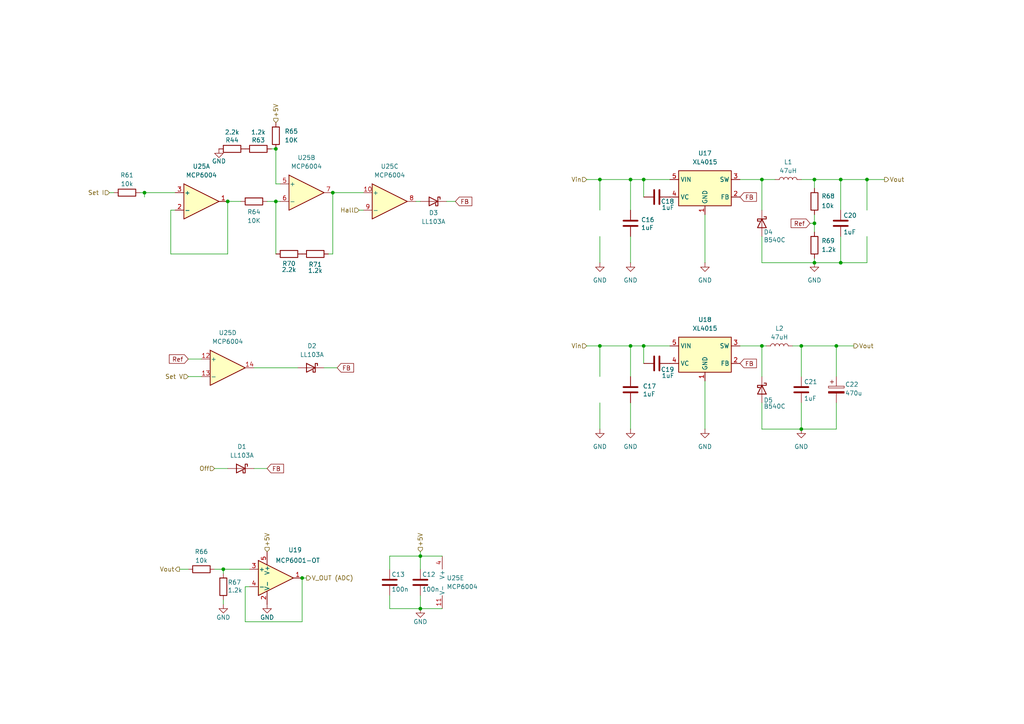
<source format=kicad_sch>
(kicad_sch (version 20231120) (generator "eeschema") (generator_version "8.0")
  (paper "A4")
  (lib_symbols
    (symbol "Amplifier_Operational:MCP6001-OT" (pin_names (offset 0.127))
      (property "Reference" "U" (at -1.27 6.35 0))
      (property "Value" "MCP6001-OT" (at -1.27 3.81 0))
      (symbol "MCP6001-OT_0_1"
        (polyline (pts (xy -5.08 5.08) (xy 5.08 0) (xy -5.08 -5.08) (xy -5.08 5.08)) (stroke (width 0.254)) (fill (type background)))
        (pin power_in line (at -2.54 -7.62 90) (length 3.81) (name "V-") (number "2"))
        (pin power_in line (at -2.54 7.62 270) (length 3.81) (name "V+") (number "5"))
      )
      (symbol "MCP6001-OT_1_1"
        (pin output line (at 7.62 0 180) (length 2.54) (name "~") (number "1"))
        (pin input line (at -7.62 2.54 0) (length 2.54) (name "+") (number "3"))
        (pin input line (at -7.62 -2.54 0) (length 2.54) (name "-") (number "4"))
      )
    )
    (symbol "Amplifier_Operational:MCP6004" (pin_names (offset 0.127))
      (property "Reference" "U" (at 0 5.08 0))
      (property "Value" "MCP6004" (at 0 -5.08 0))
      (symbol "MCP6004_1_1"
        (polyline (pts (xy -5.08 5.08) (xy 5.08 0) (xy -5.08 -5.08) (xy -5.08 5.08)) (stroke (width 0.254)) (fill (type background)))
        (pin output line (at 7.62 0 180) (length 2.54) (name "~") (number "1"))
        (pin input line (at -7.62 -2.54 0) (length 2.54) (name "-") (number "2"))
        (pin input line (at -7.62 2.54 0) (length 2.54) (name "+") (number "3"))
      )
      (symbol "MCP6004_2_1"
        (polyline (pts (xy -5.08 5.08) (xy 5.08 0) (xy -5.08 -5.08) (xy -5.08 5.08)) (stroke (width 0.254)) (fill (type background)))
        (pin input line (at -7.62 2.54 0) (length 2.54) (name "+") (number "5"))
        (pin input line (at -7.62 -2.54 0) (length 2.54) (name "-") (number "6"))
        (pin output line (at 7.62 0 180) (length 2.54) (name "~") (number "7"))
      )
      (symbol "MCP6004_3_1"
        (polyline (pts (xy -5.08 5.08) (xy 5.08 0) (xy -5.08 -5.08) (xy -5.08 5.08)) (stroke (width 0.254)) (fill (type background)))
        (pin input line (at -7.62 2.54 0) (length 2.54) (name "+") (number "10"))
        (pin output line (at 7.62 0 180) (length 2.54) (name "~") (number "8"))
        (pin input line (at -7.62 -2.54 0) (length 2.54) (name "-") (number "9"))
      )
      (symbol "MCP6004_4_1"
        (polyline (pts (xy -5.08 5.08) (xy 5.08 0) (xy -5.08 -5.08) (xy -5.08 5.08)) (stroke (width 0.254)) (fill (type background)))
        (pin input line (at -7.62 2.54 0) (length 2.54) (name "+") (number "12"))
        (pin input line (at -7.62 -2.54 0) (length 2.54) (name "-") (number "13"))
        (pin output line (at 7.62 0 180) (length 2.54) (name "~") (number "14"))
      )
      (symbol "MCP6004_5_1"
        (pin power_in line (at -2.54 -7.62 90) (length 3.81) (name "V-") (number "11"))
        (pin power_in line (at -2.54 7.62 270) (length 3.81) (name "V+") (number "4"))
      )
    )
    (symbol "Device:C" (pin_numbers hide) (pin_names (offset 0.254))
      (property "Reference" "C" (at 0.635 2.54 0))
      (property "Value" "C" (at 0.635 -2.54 0))
      (symbol "C_0_1"
        (polyline (pts (xy -2.032 -0.762) (xy 2.032 -0.762)) (stroke (width 0.508)))
        (polyline (pts (xy -2.032 0.762) (xy 2.032 0.762)) (stroke (width 0.508)))
      )
      (symbol "C_1_1"
        (pin passive line (at 0 3.81 270) (length 2.794) (name "~") (number "1"))
        (pin passive line (at 0 -3.81 90) (length 2.794) (name "~") (number "2"))
      )
    )
    (symbol "Device:C_Polarized" (pin_numbers hide) (pin_names (offset 0.254))
      (property "Reference" "C" (at 0.635 2.54 0))
      (property "Value" "C_Polarized" (at 0.635 -2.54 0))
      (symbol "C_Polarized_0_1"
        (rectangle (start -2.286 0.508) (end 2.286 1.016))
        (polyline (pts (xy -1.778 2.286) (xy -0.762 2.286)))
        (polyline (pts (xy -1.27 2.794) (xy -1.27 1.778)))
        (rectangle (start 2.286 -0.508) (end -2.286 -1.016) (fill (type outline)))
      )
      (symbol "C_Polarized_1_1"
        (pin passive line (at 0 3.81 270) (length 2.794) (name "~") (number "1"))
        (pin passive line (at 0 -3.81 90) (length 2.794) (name "~") (number "2"))
      )
    )
    (symbol "Device:D_Schottky" (pin_numbers hide) (pin_names (offset 1.016) hide)
      (property "Reference" "D" (at 0 2.54 0))
      (property "Value" "D_Schottky" (at 0 -2.54 0))
      (symbol "D_Schottky_0_1"
        (polyline (pts (xy 1.27 0) (xy -1.27 0)))
        (polyline (pts (xy 1.27 1.27) (xy 1.27 -1.27) (xy -1.27 0) (xy 1.27 1.27)) (stroke (width 0.254)))
        (polyline (pts (xy -1.905 0.635) (xy -1.905 1.27) (xy -1.27 1.27) (xy -1.27 -1.27) (xy -0.635 -1.27) (xy -0.635 -0.635)) (stroke (width 0.254)))
      )
      (symbol "D_Schottky_1_1"
        (pin passive line (at -3.81 0 0) (length 2.54) (name "K") (number "1"))
        (pin passive line (at 3.81 0 180) (length 2.54) (name "A") (number "2"))
      )
    )
    (symbol "Device:L" (pin_numbers hide) (pin_names (offset 1.016) hide)
      (property "Reference" "L" (at -1.27 0 90))
      (property "Value" "L" (at 1.905 0 90))
      (symbol "L_0_1"
        (arc (start 0 -2.54) (mid 0.6323 -1.905) (end 0 -1.27))
        (arc (start 0 -1.27) (mid 0.6323 -0.635) (end 0 0))
        (arc (start 0 0) (mid 0.6323 0.635) (end 0 1.27))
        (arc (start 0 1.27) (mid 0.6323 1.905) (end 0 2.54))
      )
      (symbol "L_1_1"
        (pin passive line (at 0 3.81 270) (length 1.27) (name "1") (number "1"))
        (pin passive line (at 0 -3.81 90) (length 1.27) (name "2") (number "2"))
      )
    )
    (symbol "Device:R" (pin_numbers hide) (pin_names (offset 0))
      (property "Reference" "R" (at 2.032 0 90))
      (property "Value" "R" (at 0 0 90))
      (symbol "R_0_1"
        (rectangle (start -1.016 -2.54) (end 1.016 2.54) (stroke (width 0.254)))
      )
      (symbol "R_1_1"
        (pin passive line (at 0 3.81 270) (length 1.27) (name "~") (number "1"))
        (pin passive line (at 0 -3.81 90) (length 1.27) (name "~") (number "2"))
      )
    )
    (symbol "Diode:LL42" (pin_numbers hide) (pin_names (offset 1.016) hide)
      (property "Reference" "D" (at 0 2.54 0))
      (property "Value" "LL42" (at 0 -2.54 0))
      (symbol "LL42_0_1"
        (polyline (pts (xy 1.27 0) (xy -1.27 0)))
        (polyline (pts (xy 1.27 1.27) (xy 1.27 -1.27) (xy -1.27 0) (xy 1.27 1.27)) (stroke (width 0.254)))
        (polyline (pts (xy -1.905 0.635) (xy -1.905 1.27) (xy -1.27 1.27) (xy -1.27 -1.27) (xy -0.635 -1.27) (xy -0.635 -0.635)) (stroke (width 0.254)))
      )
      (symbol "LL42_1_1"
        (pin passive line (at -3.81 0 0) (length 2.54) (name "K") (number "1"))
        (pin passive line (at 3.81 0 180) (length 2.54) (name "A") (number "2"))
      )
    )
    (symbol "Regulator_Switching:XL4015"
      (property "Reference" "U?" (at -6.35 6.35 0))
      (property "Value" "XL4015" (at 6.35 6.35 0))
      (symbol "XL4015_0_1"
        (rectangle (start -7.62 5.08) (end 7.62 -5.08) (stroke (width 0.254)) (fill (type background)))
      )
      (symbol "XL4015_1_1"
        (pin power_in line (at 0 -7.62 90) (length 2.54) (name "GND") (number "1"))
        (pin input line (at 10.16 -2.54 180) (length 2.54) (name "FB") (number "2"))
        (pin power_out line (at 10.16 2.54 180) (length 2.54) (name "SW") (number "3"))
        (pin input line (at -10.16 -2.54 0) (length 2.54) (name "VC") (number "4"))
        (pin power_in line (at -10.16 2.54 0) (length 2.54) (name "VIN") (number "5"))
      )
    )
    (symbol "power:GND" (power) (pin_numbers hide) (pin_names (offset 0) hide)
      (property "Value" "GND" (at 0 -3.81 0))
      (symbol "GND_0_1"
        (polyline (pts (xy 0 0) (xy 0 -1.27) (xy 1.27 -1.27) (xy 0 -2.54) (xy -1.27 -1.27) (xy 0 -1.27)))
      )
      (symbol "GND_1_1"
        (pin power_in line (at 0 0 270) (length 0) (name "~") (number "1"))
      )
    )
  )
  (junction (at 80.01 58.42))
  (junction (at 220.98 100.33))
  (junction (at 243.84 52.07))
  (junction (at 232.41 124.46))
  (junction (at 243.84 76.2))
  (junction (at 242.57 100.33))
  (junction (at 182.88 52.07))
  (junction (at 121.92 161.29))
  (junction (at 173.99 52.07))
  (junction (at 182.88 100.33))
  (junction (at 173.99 100.33))
  (junction (at 80.01 43.18))
  (junction (at 87.63 167.64))
  (junction (at 251.46 52.07))
  (junction (at 236.22 76.2))
  (junction (at 66.04 58.42))
  (junction (at 41.91 55.88))
  (junction (at 236.22 52.07))
  (junction (at 232.41 100.33))
  (junction (at 96.52 55.88))
  (junction (at 121.92 176.53))
  (junction (at 186.69 100.33))
  (junction (at 64.77 165.1))
  (junction (at 220.98 52.07))
  (junction (at 186.69 52.07))
  (junction (at 236.22 64.77))
  (wire (pts (xy 80.01 43.18) (xy 80.01 53.34)))
  (wire (pts (xy 236.22 64.77) (xy 236.22 67.31)))
  (wire (pts (xy 80.01 73.66) (xy 80.01 58.42)))
  (wire (pts (xy 243.84 76.2) (xy 251.46 76.2)))
  (wire (pts (xy 96.52 55.88) (xy 96.52 73.66)))
  (wire (pts (xy 214.63 52.07) (xy 220.98 52.07)))
  (wire (pts (xy 121.92 172.72) (xy 121.92 176.53)))
  (wire (pts (xy 242.57 100.33) (xy 247.65 100.33)))
  (wire (pts (xy 186.69 100.33) (xy 194.31 100.33)))
  (wire (pts (xy 66.04 58.42) (xy 69.85 58.42)))
  (wire (pts (xy 243.84 52.07) (xy 243.84 60.96)))
  (wire (pts (xy 120.65 58.42) (xy 121.92 58.42)))
  (wire (pts (xy 64.77 173.99) (xy 64.77 175.26)))
  (wire (pts (xy 173.99 100.33) (xy 182.88 100.33)))
  (wire (pts (xy 242.57 116.84) (xy 242.57 124.46)))
  (wire (pts (xy 93.98 106.68) (xy 97.79 106.68)))
  (wire (pts (xy 173.99 68.58) (xy 173.99 76.2)))
  (wire (pts (xy 234.95 64.77) (xy 236.22 64.77)))
  (wire (pts (xy 87.63 167.64) (xy 87.63 180.34)))
  (wire (pts (xy 73.66 106.68) (xy 86.36 106.68)))
  (wire (pts (xy 113.03 176.53) (xy 113.03 172.72)))
  (wire (pts (xy 220.98 100.33) (xy 222.25 100.33)))
  (wire (pts (xy 71.12 170.18) (xy 71.12 180.34)))
  (wire (pts (xy 220.98 76.2) (xy 236.22 76.2)))
  (wire (pts (xy 182.88 100.33) (xy 182.88 109.22)))
  (wire (pts (xy 62.23 135.89) (xy 66.04 135.89)))
  (wire (pts (xy 104.14 60.96) (xy 105.41 60.96)))
  (wire (pts (xy 232.41 52.07) (xy 236.22 52.07)))
  (wire (pts (xy 54.61 109.22) (xy 58.42 109.22)))
  (wire (pts (xy 41.91 55.88) (xy 41.91 57.15)))
  (wire (pts (xy 50.8 60.96) (xy 49.53 60.96)))
  (wire (pts (xy 220.98 100.33) (xy 220.98 109.22)))
  (wire (pts (xy 242.57 100.33) (xy 242.57 109.22)))
  (wire (pts (xy 64.77 165.1) (xy 64.77 166.37)))
  (wire (pts (xy 87.63 167.64) (xy 88.9 167.64)))
  (wire (pts (xy 113.03 161.29) (xy 121.92 161.29)))
  (wire (pts (xy 204.47 62.23) (xy 204.47 76.2)))
  (wire (pts (xy 77.47 58.42) (xy 80.01 58.42)))
  (wire (pts (xy 182.88 100.33) (xy 186.69 100.33)))
  (wire (pts (xy 182.88 68.58) (xy 182.88 76.2)))
  (wire (pts (xy 220.98 52.07) (xy 224.79 52.07)))
  (wire (pts (xy 194.31 52.07) (xy 186.69 52.07)))
  (wire (pts (xy 121.92 161.29) (xy 128.27 161.29)))
  (wire (pts (xy 40.64 55.88) (xy 41.91 55.88)))
  (wire (pts (xy 186.69 100.33) (xy 186.69 105.41)))
  (wire (pts (xy 182.88 116.84) (xy 182.88 124.46)))
  (wire (pts (xy 170.18 100.33) (xy 173.99 100.33)))
  (wire (pts (xy 182.88 52.07) (xy 186.69 52.07)))
  (wire (pts (xy 80.01 58.42) (xy 81.28 58.42)))
  (wire (pts (xy 214.63 100.33) (xy 220.98 100.33)))
  (wire (pts (xy 229.87 100.33) (xy 232.41 100.33)))
  (wire (pts (xy 121.92 176.53) (xy 128.27 176.53)))
  (wire (pts (xy 71.12 180.34) (xy 87.63 180.34)))
  (wire (pts (xy 113.03 176.53) (xy 121.92 176.53)))
  (wire (pts (xy 31.75 55.88) (xy 33.02 55.88)))
  (wire (pts (xy 251.46 68.58) (xy 251.46 76.2)))
  (wire (pts (xy 243.84 52.07) (xy 251.46 52.07)))
  (wire (pts (xy 220.98 116.84) (xy 220.98 124.46)))
  (wire (pts (xy 236.22 76.2) (xy 243.84 76.2)))
  (wire (pts (xy 54.61 104.14) (xy 58.42 104.14)))
  (wire (pts (xy 173.99 52.07) (xy 182.88 52.07)))
  (wire (pts (xy 78.74 43.18) (xy 80.01 43.18)))
  (wire (pts (xy 236.22 62.23) (xy 236.22 64.77)))
  (wire (pts (xy 173.99 116.84) (xy 173.99 124.46)))
  (wire (pts (xy 220.98 68.58) (xy 220.98 76.2)))
  (wire (pts (xy 129.54 58.42) (xy 132.08 58.42)))
  (wire (pts (xy 236.22 52.07) (xy 236.22 54.61)))
  (wire (pts (xy 186.69 57.15) (xy 186.69 52.07)))
  (wire (pts (xy 113.03 165.1) (xy 113.03 161.29)))
  (wire (pts (xy 121.92 160.02) (xy 121.92 161.29)))
  (wire (pts (xy 232.41 100.33) (xy 232.41 109.22)))
  (wire (pts (xy 96.52 55.88) (xy 105.41 55.88)))
  (wire (pts (xy 232.41 124.46) (xy 242.57 124.46)))
  (wire (pts (xy 62.23 165.1) (xy 64.77 165.1)))
  (wire (pts (xy 243.84 68.58) (xy 243.84 76.2)))
  (wire (pts (xy 95.25 73.66) (xy 96.52 73.66)))
  (wire (pts (xy 41.91 55.88) (xy 50.8 55.88)))
  (wire (pts (xy 170.18 52.07) (xy 173.99 52.07)))
  (wire (pts (xy 66.04 58.42) (xy 66.04 73.66)))
  (wire (pts (xy 204.47 110.49) (xy 204.47 124.46)))
  (wire (pts (xy 220.98 52.07) (xy 220.98 60.96)))
  (wire (pts (xy 49.53 60.96) (xy 49.53 73.66)))
  (wire (pts (xy 232.41 116.84) (xy 232.41 124.46)))
  (wire (pts (xy 80.01 53.34) (xy 81.28 53.34)))
  (wire (pts (xy 49.53 73.66) (xy 66.04 73.66)))
  (wire (pts (xy 236.22 52.07) (xy 243.84 52.07)))
  (wire (pts (xy 173.99 60.96) (xy 173.99 52.07)))
  (wire (pts (xy 236.22 74.93) (xy 236.22 76.2)))
  (wire (pts (xy 121.92 161.29) (xy 121.92 165.1)))
  (wire (pts (xy 73.66 135.89) (xy 77.47 135.89)))
  (wire (pts (xy 72.39 170.18) (xy 71.12 170.18)))
  (wire (pts (xy 173.99 109.22) (xy 173.99 100.33)))
  (wire (pts (xy 232.41 100.33) (xy 242.57 100.33)))
  (wire (pts (xy 52.07 165.1) (xy 54.61 165.1)))
  (wire (pts (xy 64.77 165.1) (xy 72.39 165.1)))
  (wire (pts (xy 182.88 52.07) (xy 182.88 60.96)))
  (wire (pts (xy 251.46 52.07) (xy 256.54 52.07)))
  (wire (pts (xy 251.46 52.07) (xy 251.46 60.96)))
  (wire (pts (xy 220.98 124.46) (xy 232.41 124.46)))
  (global_label "FB" (shape input) (at 97.79 106.68 0) (property "Intersheetrefs" "${INTERSHEET_REFS}" (effects (hide yes))))
  (global_label "Ref" (shape input) (at 234.95 64.77 180) (property "Intersheetrefs" "${INTERSHEET_REFS}" (effects (hide yes))))
  (global_label "FB" (shape input) (at 214.63 57.15 0) (property "Intersheetrefs" "${INTERSHEET_REFS}" (effects (hide yes))))
  (global_label "FB" (shape input) (at 214.63 105.41 0) (property "Intersheetrefs" "${INTERSHEET_REFS}" (effects (hide yes))))
  (global_label "FB" (shape input) (at 132.08 58.42 0) (property "Intersheetrefs" "${INTERSHEET_REFS}" (effects (hide yes))))
  (global_label "FB" (shape input) (at 77.47 135.89 0) (property "Intersheetrefs" "${INTERSHEET_REFS}" (effects (hide yes))))
  (global_label "Ref" (shape input) (at 54.61 104.14 180) (property "Intersheetrefs" "${INTERSHEET_REFS}" (effects (hide yes))))
  (hierarchical_label "+5V" (shape input) (at 80.01 35.56 90))
  (hierarchical_label "Vin" (shape input) (at 170.18 100.33 180))
  (hierarchical_label "Set V" (shape input) (at 54.61 109.22 180))
  (hierarchical_label "Vout" (shape output) (at 247.65 100.33 0))
  (hierarchical_label "Vout" (shape output) (at 52.07 165.1 180))
  (hierarchical_label "Set I" (shape input) (at 31.75 55.88 180))
  (hierarchical_label "Vin" (shape input) (at 170.18 52.07 180))
  (hierarchical_label "Off" (shape input) (at 62.23 135.89 180))
  (hierarchical_label "+5V" (shape input) (at 77.47 160.02 90))
  (hierarchical_label "Hall" (shape input) (at 104.14 60.96 180))
  (hierarchical_label "+5V" (shape input) (at 121.92 160.02 90))
  (hierarchical_label "V_OUT (ADC)" (shape output) (at 88.9 167.64 0))
  (hierarchical_label "Vout" (shape output) (at 256.54 52.07 0))
  (symbol (lib_id "Device:C") (at 113.03 168.91 0) (unit 1)
    (property "Reference" "C13" (at 113.538 166.624 0) (effects (justify left)))
    (property "Value" "100n" (at 113.538 170.942 0) (effects (justify left)))
    (property "Footprint" "Capacitor_SMD:C_0805_2012Metric_Pad1.18x1.45mm_HandSolder" (effects (hide yes)))
    (property "Description" "Unpolarized capacitor" (effects (hide yes)))
  )
  (symbol (lib_id "Device:R") (at 91.44 73.66 90) (unit 1)
    (property "Reference" "R71" (at 91.44 76.708 90))
    (property "Value" "1.2k" (at 91.44 78.486 90))
    (property "Footprint" "Resistor_SMD:R_0805_2012Metric_Pad1.20x1.40mm_HandSolder" (effects (hide yes)))
    (property "Description" "Resistor" (effects (hide yes)))
  )
  (symbol (lib_id "power:GND") (at 64.77 175.26 0) (unit 1)
    (property "Reference" "#PWR057" (effects (hide yes)))
    (property "Value" "GND" (at 64.77 179.07 0))
    (property "Description" "Power symbol creates a global label with name \"GND\" , ground" (effects (hide yes)))
  )
  (symbol (lib_id "Device:L") (at 226.06 100.33 90) (unit 1)
    (property "Reference" "L2" (at 226.06 95.25 90))
    (property "Value" "47uH" (at 226.06 97.79 90))
    (property "Footprint" "Inductor_SMD:L_Bourns_SRP1038C_10.0x10.0mm" (effects (hide yes)))
    (property "Description" "Inductor" (effects (hide yes)))
  )
  (symbol (lib_id "power:GND") (at 182.88 124.46 0) (unit 1)
    (property "Reference" "#PWR052" (effects (hide yes)))
    (property "Value" "GND" (at 182.88 129.54 0))
    (property "Description" "Power symbol creates a global label with name \"GND\" , ground" (effects (hide yes)))
  )
  (symbol (lib_id "Amplifier_Operational:MCP6004") (at 58.42 58.42 0) (unit 1)
    (property "Reference" "U25" (at 58.42 48.26 0))
    (property "Value" "MCP6004" (at 58.42 50.8 0))
    (property "Footprint" "Package_SO:SOIC-14_3.9x8.7mm_P1.27mm" (effects (hide yes)))
    (property "Datasheet" "http://ww1.microchip.com/downloads/en/DeviceDoc/21733j.pdf" (effects (hide yes)))
    (property "Description" "1MHz, Low-Power Op Amp, DIP-14/SOIC-14/TSSOP-14" (effects (hide yes)))
  )
  (symbol (lib_id "Diode:LL42") (at 125.73 58.42 0) (mirror y) (unit 1)
    (property "Reference" "D3" (at 125.73 61.722 0))
    (property "Value" "LL103A" (at 125.73 64.262 0))
    (property "Footprint" "Diode_SMD:D_MiniMELF" (effects (hide yes)))
    (property "Datasheet" "http://www.vishay.com/docs/85672/ll42.pdf" (effects (hide yes)))
    (property "Description" "30V 0.2A Small Signal Schottky diode, MiniMELF" (effects (hide yes)))
  )
  (symbol (lib_id "Device:D_Schottky") (at 220.98 113.03 270) (unit 1)
    (property "Reference" "D5" (at 221.488 116.078 90) (effects (justify left)))
    (property "Value" "B540C" (at 221.488 117.856 90) (effects (justify left)))
    (property "Footprint" "Diode_SMD:D_3220_8050Metric_Pad2.65x5.15mm_HandSolder" (effects (hide yes)))
    (property "Description" "Schottky diode" (effects (hide yes)))
  )
  (symbol (lib_id "power:GND") (at 204.47 76.2 0) (unit 1)
    (property "Reference" "#PWR053" (effects (hide yes)))
    (property "Value" "GND" (at 204.47 81.28 0))
    (property "Description" "Power symbol creates a global label with name \"GND\" , ground" (effects (hide yes)))
  )
  (symbol (lib_id "Device:R") (at 236.22 58.42 0) (unit 1)
    (property "Reference" "R68" (at 238.252 56.896 0) (effects (justify left)))
    (property "Value" "10k" (at 238.252 59.69 0) (effects (justify left)))
    (property "Footprint" "Resistor_SMD:R_0805_2012Metric_Pad1.20x1.40mm_HandSolder" (effects (hide yes)))
    (property "Description" "Resistor" (effects (hide yes)))
  )
  (symbol (lib_id "Device:R") (at 83.82 73.66 90) (unit 1)
    (property "Reference" "R70" (at 83.82 76.454 90))
    (property "Value" "2.2k" (at 83.82 78.232 90))
    (property "Footprint" "Resistor_SMD:R_0805_2012Metric_Pad1.20x1.40mm_HandSolder" (effects (hide yes)))
    (property "Description" "Resistor" (effects (hide yes)))
  )
  (symbol (lib_id "Diode:LL42") (at 69.85 135.89 0) (mirror y) (unit 1)
    (property "Reference" "D1" (at 70.1675 129.54 0))
    (property "Value" "LL103A" (at 70.1675 132.08 0))
    (property "Footprint" "Diode_SMD:D_MiniMELF" (effects (hide yes)))
    (property "Datasheet" "http://www.vishay.com/docs/85672/ll42.pdf" (effects (hide yes)))
    (property "Description" "30V 0.2A Small Signal Schottky diode, MiniMELF" (effects (hide yes)))
  )
  (symbol (lib_id "Diode:LL42") (at 90.17 106.68 0) (mirror y) (unit 1)
    (property "Reference" "D2" (at 90.4875 100.33 0))
    (property "Value" "LL103A" (at 90.4875 102.87 0))
    (property "Footprint" "Diode_SMD:D_MiniMELF" (effects (hide yes)))
    (property "Datasheet" "http://www.vishay.com/docs/85672/ll42.pdf" (effects (hide yes)))
    (property "Description" "30V 0.2A Small Signal Schottky diode, MiniMELF" (effects (hide yes)))
  )
  (symbol (lib_id "Amplifier_Operational:MCP6004") (at 88.9 55.88 0) (unit 2)
    (property "Reference" "U25" (at 88.9 45.72 0))
    (property "Value" "MCP6004" (at 88.9 48.26 0))
    (property "Footprint" "Package_SO:SOIC-14_3.9x8.7mm_P1.27mm" (effects (hide yes)))
    (property "Datasheet" "http://ww1.microchip.com/downloads/en/DeviceDoc/21733j.pdf" (effects (hide yes)))
    (property "Description" "1MHz, Low-Power Op Amp, DIP-14/SOIC-14/TSSOP-14" (effects (hide yes)))
  )
  (symbol (lib_id "Device:R") (at 80.01 39.37 180) (unit 1)
    (property "Reference" "R65" (at 82.55 38.0999 0) (effects (justify right)))
    (property "Value" "10K" (at 82.55 40.6399 0) (effects (justify right)))
    (property "Footprint" "Resistor_SMD:R_0805_2012Metric_Pad1.20x1.40mm_HandSolder" (effects (hide yes)))
    (property "Description" "Resistor" (effects (hide yes)))
  )
  (symbol (lib_id "Device:C") (at 243.84 64.77 0) (unit 1)
    (property "Reference" "C20" (at 244.602 62.484 0) (effects (justify left)))
    (property "Value" "1uF" (at 244.602 67.31 0) (effects (justify left)))
    (property "Footprint" "Capacitor_SMD:C_0805_2012Metric_Pad1.18x1.45mm_HandSolder" (effects (hide yes)))
    (property "Description" "Unpolarized capacitor" (effects (hide yes)))
  )
  (symbol (lib_id "Device:C") (at 190.5 105.41 90) (unit 1)
    (property "Reference" "C19" (at 195.58 107.188 90) (effects (justify left)))
    (property "Value" "1uF" (at 195.58 108.966 90) (effects (justify left)))
    (property "Footprint" "Capacitor_SMD:C_0805_2012Metric_Pad1.18x1.45mm_HandSolder" (effects (hide yes)))
    (property "Description" "Unpolarized capacitor" (effects (hide yes)))
  )
  (symbol (lib_id "Device:R") (at 67.31 43.18 90) (unit 1)
    (property "Reference" "R44" (at 67.31 40.64 90))
    (property "Value" "2.2k" (at 67.31 38.354 90))
    (property "Footprint" "Resistor_SMD:R_0805_2012Metric_Pad1.20x1.40mm_HandSolder" (effects (hide yes)))
    (property "Description" "Resistor" (effects (hide yes)))
  )
  (symbol (lib_id "Device:C") (at 232.41 113.03 0) (unit 1)
    (property "Reference" "C21" (at 233.172 110.744 0) (effects (justify left)))
    (property "Value" "1uF" (at 233.172 115.57 0) (effects (justify left)))
    (property "Footprint" "Capacitor_SMD:C_0805_2012Metric_Pad1.18x1.45mm_HandSolder" (effects (hide yes)))
    (property "Description" "Unpolarized capacitor" (effects (hide yes)))
  )
  (symbol (lib_id "Device:C") (at 182.88 113.03 0) (unit 1)
    (property "Reference" "C17" (at 186.436 112.014 0) (effects (justify left)))
    (property "Value" "1uF" (at 186.436 114.2999 0) (effects (justify left)))
    (property "Footprint" "Capacitor_SMD:C_0805_2012Metric_Pad1.18x1.45mm_HandSolder" (effects (hide yes)))
    (property "Description" "Unpolarized capacitor" (effects (hide yes)))
  )
  (symbol (lib_id "power:GND") (at 173.99 76.2 0) (unit 1)
    (property "Reference" "#PWR049" (effects (hide yes)))
    (property "Value" "GND" (at 173.99 81.28 0))
    (property "Description" "Power symbol creates a global label with name \"GND\" , ground" (effects (hide yes)))
  )
  (symbol (lib_id "power:GND") (at 236.22 76.2 0) (unit 1)
    (property "Reference" "#PWR055" (effects (hide yes)))
    (property "Value" "GND" (at 236.22 81.28 0))
    (property "Description" "Power symbol creates a global label with name \"GND\" , ground" (effects (hide yes)))
  )
  (symbol (lib_id "Device:C") (at 182.88 64.77 0) (unit 1)
    (property "Reference" "C16" (at 185.928 63.7541 0) (effects (justify left)))
    (property "Value" "1uF" (at 185.928 66.04 0) (effects (justify left)))
    (property "Footprint" "Capacitor_SMD:C_0805_2012Metric_Pad1.18x1.45mm_HandSolder" (effects (hide yes)))
    (property "Description" "Unpolarized capacitor" (effects (hide yes)))
  )
  (symbol (lib_id "Device:C") (at 121.92 168.91 0) (unit 1)
    (property "Reference" "C12" (at 122.428 166.624 0) (effects (justify left)))
    (property "Value" "100n" (at 122.428 170.942 0) (effects (justify left)))
    (property "Footprint" "Capacitor_SMD:C_0805_2012Metric_Pad1.18x1.45mm_HandSolder" (effects (hide yes)))
    (property "Description" "Unpolarized capacitor" (effects (hide yes)))
  )
  (symbol (lib_id "Device:R") (at 73.66 58.42 270) (unit 1)
    (property "Reference" "R64" (at 73.66 61.468 90))
    (property "Value" "10K" (at 73.66 64.008 90))
    (property "Footprint" "Resistor_SMD:R_0805_2012Metric_Pad1.20x1.40mm_HandSolder" (effects (hide yes)))
    (property "Description" "Resistor" (effects (hide yes)))
  )
  (symbol (lib_id "Device:L") (at 228.6 52.07 90) (unit 1)
    (property "Reference" "L1" (at 228.6 46.99 90))
    (property "Value" "47uH" (at 228.6 49.53 90))
    (property "Footprint" "Inductor_SMD:L_Bourns_SRP1038C_10.0x10.0mm" (effects (hide yes)))
    (property "Description" "Inductor" (effects (hide yes)))
  )
  (symbol (lib_id "Device:R") (at 58.42 165.1 270) (unit 1)
    (property "Reference" "R66" (at 58.42 160.02 90))
    (property "Value" "10k" (at 58.42 162.56 90))
    (property "Footprint" "Resistor_SMD:R_0805_2012Metric_Pad1.20x1.40mm_HandSolder" (effects (hide yes)))
    (property "Description" "Resistor" (effects (hide yes)))
  )
  (symbol (lib_id "Device:C") (at 190.5 57.15 90) (unit 1)
    (property "Reference" "C18" (at 195.58 58.42 90) (effects (justify left)))
    (property "Value" "1uF" (at 195.58 60.198 90) (effects (justify left)))
    (property "Footprint" "Capacitor_SMD:C_0805_2012Metric_Pad1.18x1.45mm_HandSolder" (effects (hide yes)))
    (property "Description" "Unpolarized capacitor" (effects (hide yes)))
  )
  (symbol (lib_id "Amplifier_Operational:MCP6001-OT") (at 80.01 167.64 0) (unit 1)
    (property "Reference" "U19" (at 85.598 159.512 0))
    (property "Value" "MCP6001-OT" (at 86.36 162.56 0))
    (property "Footprint" "Package_TO_SOT_SMD:SOT-23-5" (effects (hide yes)))
    (property "Datasheet" "http://ww1.microchip.com/downloads/en/DeviceDoc/21733j.pdf" (effects (hide yes)))
    (property "Description" "1MHz, Low-Power Op Amp, SOT-23-5" (effects (hide yes)))
  )
  (symbol (lib_id "Device:R") (at 36.83 55.88 270) (unit 1)
    (property "Reference" "R61" (at 36.83 50.8 90))
    (property "Value" "10k" (at 36.83 53.34 90))
    (property "Footprint" "Resistor_SMD:R_0805_2012Metric_Pad1.20x1.40mm_HandSolder" (effects (hide yes)))
    (property "Description" "Resistor" (effects (hide yes)))
  )
  (symbol (lib_id "power:GND") (at 204.47 124.46 0) (unit 1)
    (property "Reference" "#PWR054" (effects (hide yes)))
    (property "Value" "GND" (at 204.47 129.54 0))
    (property "Description" "Power symbol creates a global label with name \"GND\" , ground" (effects (hide yes)))
  )
  (symbol (lib_id "Amplifier_Operational:MCP6004") (at 130.81 168.91 0) (unit 5)
    (property "Reference" "U25" (at 129.54 167.6399 0) (effects (justify left)))
    (property "Value" "MCP6004" (at 129.54 170.1799 0) (effects (justify left)))
    (property "Footprint" "Package_SO:SOIC-14_3.9x8.7mm_P1.27mm" (effects (hide yes)))
    (property "Datasheet" "http://ww1.microchip.com/downloads/en/DeviceDoc/21733j.pdf" (effects (hide yes)))
    (property "Description" "1MHz, Low-Power Op Amp, DIP-14/SOIC-14/TSSOP-14" (effects (hide yes)))
  )
  (symbol (lib_id "Device:D_Schottky") (at 220.98 64.77 270) (unit 1)
    (property "Reference" "D4" (at 221.488 67.31 90) (effects (justify left)))
    (property "Value" "B540C" (at 221.488 69.596 90) (effects (justify left)))
    (property "Footprint" "Diode_SMD:D_3220_8050Metric_Pad2.65x5.15mm_HandSolder" (effects (hide yes)))
    (property "Description" "Schottky diode" (effects (hide yes)))
  )
  (symbol (lib_id "power:GND") (at 182.88 76.2 0) (unit 1)
    (property "Reference" "#PWR051" (effects (hide yes)))
    (property "Value" "GND" (at 182.88 81.28 0))
    (property "Description" "Power symbol creates a global label with name \"GND\" , ground" (effects (hide yes)))
  )
  (symbol (lib_id "Device:R") (at 74.93 43.18 90) (unit 1)
    (property "Reference" "R63" (at 74.93 40.64 90))
    (property "Value" "1.2k" (at 74.93 38.354 90))
    (property "Footprint" "Resistor_SMD:R_0805_2012Metric_Pad1.20x1.40mm_HandSolder" (effects (hide yes)))
    (property "Description" "Resistor" (effects (hide yes)))
  )
  (symbol (lib_id "power:GND") (at 121.92 176.53 0) (unit 1)
    (property "Reference" "#PWR022" (effects (hide yes)))
    (property "Value" "GND" (at 121.92 180.34 0))
    (property "Description" "Power symbol creates a global label with name \"GND\" , ground" (effects (hide yes)))
  )
  (symbol (lib_id "Regulator_Switching:XL4015") (at 204.47 54.61 0) (unit 1)
    (property "Reference" "U17" (at 204.47 44.45 0))
    (property "Value" "XL4015" (at 204.47 46.99 0))
    (property "Footprint" "Package_TO_SOT_SMD:TO-263-5_TabPin3" (effects (hide yes)))
    (property "Datasheet" "http://www.xlsemi.net/datasheet/XL4015%20datasheet-English.pdf" (effects (hide yes)))
    (property "Description" "5A 180kHz 36V Buck DC to DC Converter" (effects (hide yes)))
  )
  (symbol (lib_id "power:GND") (at 63.5 43.18 0) (unit 1)
    (property "Reference" "#PWR045" (effects (hide yes)))
    (property "Value" "GND" (at 63.5 46.736 0))
    (property "Description" "Power symbol creates a global label with name \"GND\" , ground" (effects (hide yes)))
  )
  (symbol (lib_id "power:GND") (at 77.47 175.26 0) (unit 1)
    (property "Reference" "#PWR058" (effects (hide yes)))
    (property "Value" "GND" (at 77.47 179.07 0))
    (property "Description" "Power symbol creates a global label with name \"GND\" , ground" (effects (hide yes)))
  )
  (symbol (lib_id "Regulator_Switching:XL4015") (at 204.47 102.87 0) (unit 1)
    (property "Reference" "U18" (at 204.47 92.71 0))
    (property "Value" "XL4015" (at 204.47 95.25 0))
    (property "Footprint" "Package_TO_SOT_SMD:TO-263-5_TabPin3" (effects (hide yes)))
    (property "Datasheet" "http://www.xlsemi.net/datasheet/XL4015%20datasheet-English.pdf" (effects (hide yes)))
    (property "Description" "5A 180kHz 36V Buck DC to DC Converter" (effects (hide yes)))
  )
  (symbol (lib_id "power:GND") (at 232.41 124.46 0) (unit 1)
    (property "Reference" "#PWR056" (effects (hide yes)))
    (property "Value" "GND" (at 232.41 129.54 0))
    (property "Description" "Power symbol creates a global label with name \"GND\" , ground" (effects (hide yes)))
  )
  (symbol (lib_id "Device:C_Polarized") (at 242.57 113.03 0) (unit 1)
    (property "Reference" "C22" (at 245.11 111.506 0) (effects (justify left)))
    (property "Value" "470u" (at 245.11 114.046 0) (effects (justify left)))
    (property "Footprint" "Library:CP_Elec_12.5x13.5" (effects (hide yes)))
    (property "Description" "Polarized capacitor" (effects (hide yes)))
  )
  (symbol (lib_id "Device:R") (at 64.77 170.18 180) (unit 1)
    (property "Reference" "R67" (at 66.04 168.9099 0) (effects (justify right)))
    (property "Value" "1.2k" (at 66.04 171.196 0) (effects (justify right)))
    (property "Footprint" "Resistor_SMD:R_0805_2012Metric_Pad1.20x1.40mm_HandSolder" (effects (hide yes)))
    (property "Description" "Resistor" (effects (hide yes)))
  )
  (symbol (lib_id "Amplifier_Operational:MCP6004") (at 66.04 106.68 0) (unit 4)
    (property "Reference" "U25" (at 66.04 96.52 0))
    (property "Value" "MCP6004" (at 66.04 99.06 0))
    (property "Footprint" "Package_SO:SOIC-14_3.9x8.7mm_P1.27mm" (effects (hide yes)))
    (property "Datasheet" "http://ww1.microchip.com/downloads/en/DeviceDoc/21733j.pdf" (effects (hide yes)))
    (property "Description" "1MHz, Low-Power Op Amp, DIP-14/SOIC-14/TSSOP-14" (effects (hide yes)))
  )
  (symbol (lib_id "power:GND") (at 173.99 124.46 0) (unit 1)
    (property "Reference" "#PWR050" (effects (hide yes)))
    (property "Value" "GND" (at 173.99 129.54 0))
    (property "Description" "Power symbol creates a global label with name \"GND\" , ground" (effects (hide yes)))
  )
  (symbol (lib_id "Device:R") (at 236.22 71.12 0) (unit 1)
    (property "Reference" "R69" (at 238.252 69.85 0) (effects (justify left)))
    (property "Value" "1.2k" (at 238.252 72.39 0) (effects (justify left)))
    (property "Footprint" "Resistor_SMD:R_0805_2012Metric_Pad1.20x1.40mm_HandSolder" (effects (hide yes)))
    (property "Description" "Resistor" (effects (hide yes)))
  )
  (symbol (lib_id "Amplifier_Operational:MCP6004") (at 113.03 58.42 0) (unit 3)
    (property "Reference" "U25" (at 113.03 48.26 0))
    (property "Value" "MCP6004" (at 113.03 50.8 0))
    (property "Footprint" "Package_SO:SOIC-14_3.9x8.7mm_P1.27mm" (effects (hide yes)))
    (property "Datasheet" "http://ww1.microchip.com/downloads/en/DeviceDoc/21733j.pdf" (effects (hide yes)))
    (property "Description" "1MHz, Low-Power Op Amp, DIP-14/SOIC-14/TSSOP-14" (effects (hide yes)))
  )
)
</source>
